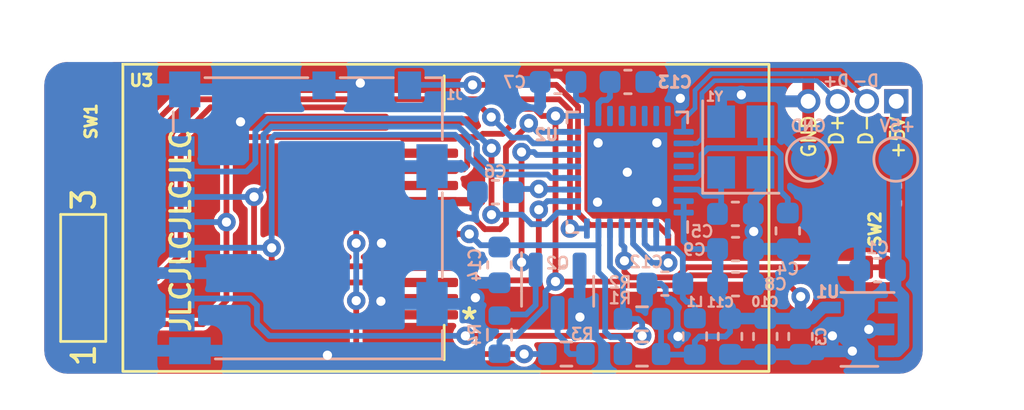
<source format=kicad_pcb>
(kicad_pcb (version 20221018) (generator pcbnew)
  (title_block (comment 4 "AISLER Project ID: PFHQODAS"))
  (layers (0 "F.Cu" signal) (31 "B.Cu" signal) (34 "B.Paste" user) (35 "F.Paste" user) (36 "B.SilkS" user "B.Silkscreen") (37 "F.SilkS" user "F.Silkscreen") (38 "B.Mask" user) (39 "F.Mask" user) (44 "Edge.Cuts" user))
  (net 0 "")
  (net 1 "GND")
  (net 2 "+3V3")
  (net 3 "+5V")
  (net 4 "IO9")
  (net 5 "EN")
  (net 6 "LCD_BL")
  (net 7 "Net-(U2-XTAL_N)")
  (net 8 "LCD_BL_K")
  (net 9 "LCD_DC")
  (net 10 "SPI_MOSI")
  (net 11 "SPI_SCK")
  (net 12 "Net-(U2-XTAL_P)")
  (net 13 "Net-(U2-VDD_SPI{slash}GPIO11)")
  (net 15 "SD_Card_CE")
  (net 16 "SPI_MISO")
  (net 18 "Net-(Q2-D)")
  (net 19 "VCC_Pin2{slash}3")
  (net 20 "Net-(SW1-A)")
  (net 21 "Net-(SW2-A)")
  (net 25 "LCD_CS")
  (net 32 "SD-Card_Det")
  (net 33 "ESP32_USB_D-")
  (net 35 "ESP32_USB_D+")
  (footprint "Button_ext:EVPBB" (layer "F.Cu") (at 128.475 107.24 90)
    (fp_text reference "SW2")
    (fp_text value "EVP-BB2A9B000")
  )
  (footprint "Display_ext:ST7735S 0.96" (layer "F.Cu") (at 95.9 100.1)
    (fp_text reference "U3")
    (fp_text value "ST7735_0.96\"")
  )
  (footprint "Jumper:SolderJumper-3_P2.0mm_Open_TrianglePad1.0x1.5mm_NumberLabels" (layer "F.Cu") (at 94.2086 109.3532 90)
    (fp_text reference "JP1" hide)
    (fp_text value "BOOT/TFT_SEL")
  )
  (footprint "Button_ext:EVPBB" (layer "F.Cu") (at 94.5 102.565 90)
    (fp_text reference "SW1")
    (fp_text value "EVP-BB2A9B000")
  )
  (footprint "Capacitor_SMD:C_0603_1608Metric" (layer "B.Cu") (at 112.014 105.6386)
    (fp_text reference "C6")
    (fp_text value "100nF")
  )
  (footprint "Capacitor_SMD:C_0603_1608Metric" (layer "B.Cu") (at 122.4026 108.1024 180)
    (fp_text reference "C9")
    (fp_text value "10nF")
  )
  (footprint "Resistor_SMD:R_0603_1608Metric" (layer "B.Cu") (at 118.357 111.125)
    (fp_text reference "R2")
    (fp_text value "10k")
  )
  (footprint "Inductor_SMD:L_0603_1608Metric" (layer "B.Cu") (at 120.643 111.887 90)
    (fp_text reference "L1")
    (fp_text value "2.2nH")
  )
  (footprint "TestPoint:TestPoint_Pad_D1.5mm" (layer "B.Cu") (at 129.3368 104.2162 180)
    (fp_text reference "H1" hide)
    (fp_text value "+5V PAD")
  )
  (footprint "Capacitor_SMD:C_0603_1608Metric" (layer "B.Cu") (at 125.215 111.887 90)
    (fp_text reference "C3")
    (fp_text value "1uF")
  )
  (footprint "Capacitor_SMD:C_0603_1608Metric" (layer "B.Cu") (at 122.3956 106.5784 180)
    (fp_text reference "C5")
    (fp_text value "16pF")
  )
  (footprint "Connector_PinHeader_1.27mm:PinHeader_1x04_P1.27mm_Vertical" (layer "B.Cu") (at 129.3572 101.7016 90)
    (fp_text reference "J2" hide)
    (fp_text value "ESP32_USB")
  )
  (footprint "Package_DFN_QFN:QFN-32-1EP_5x5mm_P0.5mm_EP3.45x3.45mm" (layer "B.Cu") (at 117.722 104.775 90)
    (fp_text reference "U2")
    (fp_text value "ESP32-C3FN4")
  )
  (footprint "TestPoint:TestPoint_Pad_D1.5mm" (layer "B.Cu") (at 125.5522 104.2162 180)
    (fp_text reference "H2" hide)
    (fp_text value "GND PAD")
  )
  (footprint "Resistor_SMD:R_0603_1608Metric" (layer "B.Cu") (at 118.357 112.649)
    (fp_text reference "R1")
    (fp_text value "10k")
  )
  (footprint "Crystal:Crystal_SMD_3225-4Pin_3.2x2.5mm" (layer "B.Cu") (at 122.6312 103.6828 90)
    (fp_text reference "Y1")
    (fp_text value "7B040000H01")
  )
  (footprint "LOGO" (layer "B.Cu") (at 95.5 106.75 -90)
    (fp_text reference "G***" hide)
    (fp_text value "LOGO" hide)
  )
  (footprint "Capacitor_SMD:C_0603_1608Metric" (layer "B.Cu") (at 112.1918 108.7882 90)
    (fp_text reference "C14")
    (fp_text value "10uF")
  )
  (footprint "Capacitor_SMD:C_0603_1608Metric" (layer "B.Cu") (at 117.7474 100.8634 180)
    (fp_text reference "C13")
    (fp_text value "1uF")
  )
  (footprint "Capacitor_SMD:C_0603_1608Metric" (layer "B.Cu") (at 119.3476 109.601)
    (fp_text reference "C12")
    (fp_text value "100nF")
  )
  (footprint "Package_TO_SOT_SMD:SOT-23" (layer "B.Cu") (at 114.7064 109.9312 -90)
    (fp_text reference "Q2")
    (fp_text value "T2N7002AK")
  )
  (footprint "Resistor_SMD:R_0603_1608Metric" (layer "B.Cu") (at 112.1918 111.8108 -90)
    (fp_text reference "R4")
    (fp_text value "10k")
  )
  (footprint "Capacitor_SMD:C_0603_1608Metric" (layer "B.Cu") (at 122.167 111.887 90)
    (fp_text reference "C11")
    (fp_text value "100nF")
  )
  (footprint "Capacitor_SMD:C_0603_1608Metric" (layer "B.Cu") (at 123.691 111.887 90)
    (fp_text reference "C10")
    (fp_text value "10uF")
  )
  (footprint "Capacitor_SMD:C_0603_1608Metric" (layer "B.Cu") (at 124.6632 107.315 -90)
    (fp_text reference "C4")
    (fp_text value "16pF")
  )
  (footprint "Capacitor_SMD:C_0603_1608Metric" (layer "B.Cu") (at 122.4026 109.6264 180)
    (fp_text reference "C8")
    (fp_text value "1uF")
  )
  (footprint "Resistor_SMD:R_0603_1608Metric" (layer "B.Cu") (at 115.0874 112.649 180)
    (fp_text reference "R3")
    (fp_text value "20 Ohm")
  )
  (footprint "Package_SO:TSOP-5_1.65x3.05mm_P0.95mm" (layer "B.Cu") (at 127.762 111.5822 180)
    (fp_text reference "U1")
    (fp_text value "XC6210B332MR-G")
  )
  (footprint "Capacitor_SMD:C_0603_1608Metric" (layer "B.Cu") (at 128.5494 109.0168)
    (fp_text reference "C1")
    (fp_text value "1uF")
  )
  (footprint "Capacitor_SMD:C_0603_1608Metric" (layer "B.Cu") (at 114.7248 100.8634)
    (fp_text reference "C7")
    (fp_text value "100nF")
  )
  (footprint "Connector_Card:microSD_HC_Molex_104031-0811" (layer "B.Cu") (at 103.9 106.75 -90)
    (fp_text reference "J1")
    (fp_text value "1040310811")
  )
  (gr_line (start 92.5 112.5) (end 92.5 101) (stroke (width 0.001)) (layer "Edge.Cuts"))
  (gr_arc (start 129.5 100) (mid 130.207107 100.292893) (end 130.5 101) (stroke (width 0.001)) (layer "Edge.Cuts"))
  (gr_line (start 130.5 101) (end 130.5 112.5) (stroke (width 0.001)) (layer "Edge.Cuts"))
  (gr_arc (start 93.5 113.5) (mid 92.792893 113.207107) (end 92.5 112.5) (stroke (width 0.001)) (layer "Edge.Cuts"))
  (gr_arc (start 92.5 101) (mid 92.792893 100.292893) (end 93.5 100) (stroke (width 0.001)) (layer "Edge.Cuts"))
  (gr_line (start 93.5 100) (end 129.5 100) (stroke (width 0.001)) (layer "Edge.Cuts"))
  (gr_line (start 129.5 113.5) (end 93.5 113.5) (stroke (width 0.001)) (layer "Edge.Cuts"))
  (gr_arc (start 130.5 112.5) (mid 130.207107 113.207107) (end 129.5 113.5) (stroke (width 0.001)) (layer "Edge.Cuts"))
  (gr_text "+5V" (at 129.413 102.7684) (layer "B.SilkS") (effects (font (size 0.5 0.5) (thickness 0.1)) (justify mirror)))
  (gr_text "D+" (at 126.746 100.8126) (layer "B.SilkS") (effects (font (size 0.5 0.5) (thickness 0.1)) (justify mirror)))
  (gr_text "GND" (at 125.5522 102.7684) (layer "B.SilkS") (effects (font (size 0.5 0.5) (thickness 0.1)) (justify mirror)))
  (gr_text "D-" (at 128.0414 100.8126) (layer "B.SilkS") (effects (font (size 0.5 0.5) (thickness 0.1)) (justify mirror)))
  (gr_text "D+" (at 126.7714 102.9462 90) (layer "F.SilkS") (effects (font (size 0.6 0.6) (thickness 0.1))))
  (gr_text "JLCJLCJLCJLC" (at 98.4 107.3 90) (layer "F.SilkS") (effects (font (size 0.85 0.85))))
  (gr_text "D-" (at 128.0414 102.9462 90) (layer "F.SilkS") (effects (font (size 0.6 0.6) (thickness 0.1))))
  (gr_text "+5V" (at 129.413 103.2764 90) (layer "F.SilkS") (effects (font (size 0.6 0.6) (thickness 0.1))))
  (gr_text "GND" (at 125.5776 103.2256 90) (layer "F.SilkS") (effects (font (size 0.6 0.6) (thickness 0.1))))
  (via (at 111.1504 110.2106) (size 0.8) (drill 0.4) (layers "F.Cu" "B.Cu") (net 1))
  (via (at 123.19 107.3404) (size 0.8) (drill 0.4) (layers "F.Cu" "B.Cu") (net 1))
  (via (at 106.172 100.9142) (size 0.8) (drill 0.4) (layers "F.Cu" "B.Cu") (net 1))
  (via (at 107.0864 107.8484) (size 0.8) (drill 0.4) (layers "F.Cu" "B.Cu") (net 1))
  (via (at 115.6716 111.0488) (size 0.8) (drill 0.4) (layers "F.Cu" "B.Cu") (net 1))
  (via (at 118.999 106.0704) (size 0.8) (drill 0.4) (layers "F.Cu" "B.Cu") (net 1))
  (via (at 126.5936 111.8616) (size 0.8) (drill 0.4) (layers "F.Cu" "B.Cu") (net 1))
  (via (at 120.015 101.5746) (size 0.8) (drill 0.4) (layers "F.Cu" "B.Cu") (net 1))
  (via (at 116.459 103.505) (size 0.8) (drill 0.4) (layers "F.Cu" "B.Cu") (net 1))
  (via (at 116.4336 106.0704) (size 0.8) (drill 0.4) (layers "F.Cu" "B.Cu") (net 1))
  (via (at 127.4572 112.522) (size 0.8) (drill 0.4) (layers "F.Cu" "B.Cu") (net 1))
  (via (at 118.999 103.505) (size 0.8) (drill 0.4) (layers "F.Cu" "B.Cu") (net 1))
  (via (at 117.722 104.775) (size 0.8) (drill 0.4) (layers "F.Cu" "B.Cu") (net 1))
  (via (at 100.9904 102.5906) (size 0.8) (drill 0.4) (layers "F.Cu" "B.Cu") (net 1))
  (via (at 122.6566 101.4222) (size 0.8) (drill 0.4) (layers "F.Cu" "B.Cu") (net 1))
  (via (at 119.9134 111.887) (size 0.8) (drill 0.4) (layers "F.Cu" "B.Cu") (net 1))
  (via (at 104.7496 112.6998) (size 0.8) (drill 0.4) (layers "F.Cu" "B.Cu") (net 1))
  (via (at 128.1684 111.5822) (size 0.8) (drill 0.4) (layers "F.Cu" "B.Cu") (net 1))
  (via (at 107.061 110.363) (size 0.8) (drill 0.4) (layers "F.Cu" "B.Cu") (net 1))
  (segment (start 119.888 111.3536) (end 119.888 111.8616) (width 0.25) (layer "B.Cu") (net 1))
  (segment (start 119.6086 110.3376) (end 119.888 110.617) (width 0.25) (layer "B.Cu") (net 1))
  (segment (start 123.4812 104.7828) (end 123.4812 105.6268) (width 0.5) (layer "B.Cu") (net 1))
  (segment (start 123.1706 105.9374) (end 123.1706 106.5784) (width 0.5) (layer "B.Cu") (net 1))
  (segment (start 118.5726 109.601) (end 119.1768 109.601) (width 0.25) (layer "B.Cu") (net 1))
  (segment (start 124.206 101.4222) (end 124.4854 101.7016) (width 0.5) (layer "B.Cu") (net 1))
  (segment (start 119.888 110.617) (end 119.888 111.3536) (width 0.25) (layer "B.Cu") (net 1))
  (segment (start 122.6566 101.4222) (end 121.9454 101.4222) (width 0.5) (layer "B.Cu") (net 1))
  (segment (start 119.38 110.0582) (end 119.38 110.109) (width 0.25) (layer "B.Cu") (net 1))
  (segment (start 127.4572 112.3315) (end 127.4572 112.522) (width 0.5) (layer "B.Cu") (net 1))
  (segment (start 119.3038 109.728) (end 119.38 109.8042) (width 0.25) (layer "B.Cu") (net 1))
  (segment (start 123.4812 105.6268) (end 123.1706 105.9374) (width 0.5) (layer "B.Cu") (net 1))
  (segment (start 126.5936 111.8616) (end 126.9873 111.8616) (width 0.5) (layer "B.Cu") (net 1))
  (segment (start 119.1768 109.601) (end 119.3038 109.728) (width 0.25) (layer "B.Cu") (net 1))
  (segment (start 119.38 109.8042) (end 119.38 110.0582) (width 0.25) (layer "B.Cu") (net 1))
  (segment (start 119.888 111.8616) (end 119.9134 111.887) (width 0.25) (layer "B.Cu") (net 1))
  (segment (start 124.4854 101.7016) (end 125.5472 101.7016) (width 0.5) (layer "B.Cu") (net 1))
  (segment (start 119.38 110.109) (end 119.6086 110.3376) (width 0.25) (layer "B.Cu") (net 1))
  (segment (start 126.9873 111.8616) (end 127.4572 112.3315) (width 0.5) (layer "B.Cu") (net 1))
  (segment (start 121.7812 101.5864) (end 121.7812 102.5828) (width 0.5) (layer "B.Cu") (net 1))
  (segment (start 121.9454 101.4222) (end 121.7812 101.5864) (width 0.5) (layer "B.Cu") (net 1))
  (segment (start 122.6566 101.4222) (end 124.206 101.4222) (width 0.5) (layer "B.Cu") (net 1))
  (segment (start 117.4855 109.5099) (end 114.6153 109.5099) (width 0.25) (layer "F.Cu") (net 2))
  (segment (start 111.468054 103.111146) (end 112.331654 103.111146) (width 0.25) (layer "F.Cu") (net 2))
  (segment (start 113.717924 102.028343) (end 114.026181 102.3366) (width 0.25) (layer "F.Cu") (net 2))
  (segment (start 114.6153 105.4967) (end 114.6153 102.3366) (width 0.25) (layer "F.Cu") (net 2))
  (segment (start 125.222 110.1598) (end 124.3022 109.24) (width 0.25) (layer "F.Cu") (net 2))
  (segment (start 100.3808 106.934) (end 100.3808 110.3376) (width 0.25) (layer "F.Cu") (net 2))
  (segment (start 112.6744 102.362) (end 113.008057 102.028343) (width 0.25) (layer "F.Cu") (net 2))
  (segment (start 112.6744 102.7684) (end 112.6744 102.362) (width 0.25) (layer "F.Cu") (net 2))
  (segment (start 109.15 104.65) (end 110.6404 104.65) (width 0.25) (layer "F.Cu") (net 2))
  (segment (start 120.002674 109.6765) (end 117.6521 109.6765) (width 0.25) (layer "F.Cu") (net 2))
  (segment (start 110.6404 104.65) (end 110.7948 104.4956) (width 0.25) (layer "F.Cu") (net 2))
  (segment (start 114.6153 109.5099) (end 114.6153 105.4967) (width 0.25) (layer "F.Cu") (net 2))
  (segment (start 109.15 103.25) (end 111.3292 103.25) (width 0.25) (layer "F.Cu") (net 2))
  (segment (start 120.439174 109.24) (end 120.002674 109.6765) (width 0.25) (layer "F.Cu") (net 2))
  (segment (start 100.3808 103.6574) (end 100.7882 103.25) (width 0.25) (layer "F.Cu") (net 2))
  (segment (start 114.026181 102.3366) (end 114.6153 102.3366) (width 0.25) (layer "F.Cu") (net 2))
  (segment (start 111.3292 103.25) (end 111.468054 103.111146) (width 0.25) (layer "F.Cu") (net 2))
  (segment (start 124.3022 109.24) (end 120.439174 109.24) (width 0.25) (layer "F.Cu") (net 2))
  (segment (start 113.008057 102.028343) (end 113.717924 102.028343) (width 0.25) (layer "F.Cu") (net 2))
  (segment (start 100.3808 106.934) (end 100.3808 103.6574) (width 0.25) (layer "F.Cu") (net 2))
  (segment (start 117.6521 109.6765) (end 117.4855 109.5099) (width 0.25) (layer "F.Cu") (net 2))
  (segment (start 100.3808 110.3376) (end 99.3652 111.3532) (width 0.25) (layer "F.Cu") (net 2))
  (segment (start 113.893622 105.499501) (end 114.612499 105.499501) (width 0.25) (layer "F.Cu") (net 2))
  (segment (start 112.331654 103.111146) (end 112.6744 102.7684) (width 0.25) (layer "F.Cu") (net 2))
  (segment (start 99.3652 111.3532) (end 94.2086 111.3532) (width 0.25) (layer "F.Cu") (net 2))
  (segment (start 110.7948 104.4956) (end 110.7948 103.2744) (width 0.25) (layer "F.Cu") (net 2))
  (segment (start 100.7882 103.25) (end 109.15 103.25) (width 0.25) (layer "F.Cu") (net 2))
  (via (at 100.3808 106.934) (size 0.8) (drill 0.4) (layers "F.Cu" "B.Cu") (net 2))
  (via (at 113.893622 105.499501) (size 0.8) (drill 0.4) (layers "F.Cu" "B.Cu") (net 2))
  (via (at 125.222 110.1598) (size 0.8) (drill 0.4) (layers "F.Cu" "B.Cu") (net 2))
  (via (at 114.6153 102.3366) (size 0.8) (drill 0.4) (layers "F.Cu" "B.Cu") (net 2))
  (via (at 114.6153 109.5099) (size 0.8) (drill 0.4) (layers "F.Cu" "B.Cu") (net 2))
  (segment (start 114.1814 109.9438) (end 114.1814 110.6086) (width 0.25) (layer "B.Cu") (net 2))
  (segment (start 120.1595 107.7643) (end 120.4976 108.1024) (width 0.25) (layer "B.Cu") (net 2))
  (segment (start 120.1595 106.025) (end 120.1595 106.525) (width 0.25) (layer "B.Cu") (net 2))
  (segment (start 115.972 102.3375) (end 115.972 101.7988) (width 0.25) (layer "B.Cu") (net 2))
  (segment (start 125.215 111.112) (end 123.691 111.112) (width 0.5) (layer "B.Cu") (net 2))
  (segment (start 115.2845 105.525) (end 113.919121 105.525) (width 0.25) (layer "B.Cu") (net 2))
  (segment (start 114.1814 110.6086) (end 112.9284 111.8616) (width 0.25) (layer "B.Cu") (net 2))
  (segment (start 121.9708 111.887) (end 120.8532 111.887) (width 0.25) (layer "B.Cu") (net 2))
  (segment (start 123.691 111.112) (end 122.167 111.112) (width 0.5) (layer "B.Cu") (net 2))
  (segment (start 112.1918 112.0902) (end 112.1918 112.6358) (width 0.25) (layer "B.Cu") (net 2))
  (segment (start 121.6276 110.096) (end 122.167 110.6354) (width 0.5) (layer "B.Cu") (net 2))
  (segment (start 125.7176 111.112) (end 125.215 111.112) (width 0.5) (layer "B.Cu") (net 2))
  (segment (start 114.6153 102.3366) (end 115.9711 102.3366) (width 0.25) (layer "B.Cu") (net 2))
  (segment (start 112.4204 111.8616) (end 112.1918 112.0902) (width 0.25) (layer "B.Cu") (net 2))
  (segment (start 114.6153 109.5099) (end 114.1814 109.9438) (width 0.25) (layer "B.Cu") (net 2))
  (segment (start 115.9711 102.3366) (end 115.972 102.3375) (width 0.25) (layer "B.Cu") (net 2))
  (segment (start 119.2075 112.6745) (end 119.182 112.649) (width 0.25) (layer "B.Cu") (net 2))
  (segment (start 126.602 110.6322) (end 126.1974 110.6322) (width 0.5) (layer "B.Cu") (net 2))
  (segment (start 112.9284 111.8616) (end 112.4204 111.8616) (width 0.25) (layer "B.Cu") (net 2))
  (segment (start 113.893622 105.499501) (end 112.928099 105.499501) (width 0.25) (layer "B.Cu") (net 2))
  (segment (start 115.4998 101.5298) (end 115.4998 100.8634) (width 0.25) (layer "B.Cu") (net 2))
  (segment (start 125.215 111.112) (end 125.215 110.1668) (width 0.5) (layer "B.Cu") (net 2))
  (segment (start 119.182 111.8818) (end 119.182 111.125) (width 0.25) (layer "B.Cu") (net 2))
  (segment (start 115.824 101.6508) (end 115.6208 101.6508) (width 0.25) (layer "B.Cu") (net 2))
  (segment (start 100.3808 106.934) (end 98.461 106.934) (width 0.25) (layer "B.Cu") (net 2))
  (segment (start 120.1595 106.525) (end 120.1595 107.7643) (width 0.25) (layer "B.Cu") (net 2))
  (segment (start 120.8532 111.887) (end 120.643 112.0972) (width 0.25) (layer "B.Cu") (net 2))
  (segment (start 115.6208 101.6508) (end 115.4998 101.5298) (width 0.25) (layer "B.Cu") (net 2))
  (segment (start 122.167 111.112) (end 122.167 111.6908) (width 0.25) (layer "B.Cu") (net 2))
  (segment (start 122.167 110.6354) (end 122.167 111.112) (width 0.5) (layer "B.Cu") (net 2))
  (segment (start 120.643 112.0972) (end 120.643 112.6745) (width 0.25) (layer "B.Cu") (net 2))
  (segment (start 125.215 110.1668) (end 125.222 110.1598) (width 0.5) (layer "B.Cu") (net 2))
  (segment (start 122.167 111.6908) (end 121.9708 111.887) (width 0.25) (layer "B.Cu") (net 2))
  (segment (start 115.972 101.7988) (end 115.824 101.6508) (width 0.25) (layer "B.Cu") (net 2))
  (segment (start 120.643 112.6745) (end 119.2075 112.6745) (width 0.25) (layer "B.Cu") (net 2))
  (segment (start 120.4976 108.1024) (end 121.6276 108.1024) (width 0.25) (layer "B.Cu") (net 2))
  (segment (start 121.6276 109.6264) (end 121.6276 108.1024) (width 0.5) (layer "B.Cu") (net 2))
  (segment (start 119.182 112.649) (end 119.182 111.8818) (width 0.25) (layer "B.Cu") (net 2))
  (segment (start 126.1974 110.6322) (end 125.7176 111.112) (width 0.5) (layer "B.Cu") (net 2))
  (segment (start 121.6276 109.6264) (end 121.6276 110.096) (width 0.5) (layer "B.Cu") (net 2))
  (segment (start 129.3368 104.2162) (end 129.3368 109.0044) (width 0.5) (layer "B.Cu") (net 3))
  (segment (start 129.667 112.268) (end 129.667 110.1598) (width 0.5) (layer "B.Cu") (net 3))
  (segment (start 129.3244 109.8172) (end 129.3244 109.0168) (width 0.5) (layer "B.Cu") (net 3))
  (segment (start 129.4028 112.5322) (end 129.667 112.268) (width 0.5) (layer "B.Cu") (net 3))
  (segment (start 128.922 112.5322) (end 129.4028 112.5322) (width 0.5) (layer "B.Cu") (net 3))
  (segment (start 129.667 110.1598) (end 129.3244 109.8172) (width 0.5) (layer "B.Cu") (net 3))
  (segment (start 128.922 110.6322) (end 129.6518 110.6322) (width 0.5) (layer "B.Cu") (net 3))
  (segment (start 129.3368 104.2162) (end 129.3368 101.722) (width 0.5) (layer "B.Cu") (net 3))
  (segment (start 98.3996 108.331) (end 98.3996 103.251) (width 0.25) (layer "F.Cu") (net 4))
  (segment (start 97.3774 109.3532) (end 98.3996 108.331) (width 0.25) (layer "F.Cu") (net 4))
  (segment (start 111.4144 101.9656) (end 111.8362 102.3874) (width 0.25) (layer "F.Cu") (net 4))
  (segment (start 98.3996 103.251) (end 99.685 101.9656) (width 0.25) (layer "F.Cu") (net 4))
  (segment (start 94.2086 109.3532) (end 97.3774 109.3532) (width 0.25) (layer "F.Cu") (net 4))
  (segment (start 99.685 101.9656) (end 111.4144 101.9656) (width 0.25) (layer "F.Cu") (net 4))
  (via (at 111.8362 102.3874) (size 0.8) (drill 0.4) (layers "F.Cu" "B.Cu") (net 4))
  (segment (start 111.8362 102.3874) (end 112.7243 103.2755) (width 0.25) (layer "B.Cu") (net 4))
  (segment (start 113.654484 103.525) (end 115.2845 103.525) (width 0.25) (layer "B.Cu") (net 4))
  (segment (start 113.404984 103.2755) (end 113.654484 103.525) (width 0.25) (layer "B.Cu") (net 4))
  (segment (start 112.7243 103.2755) (end 113.404984 103.2755) (width 0.25) (layer "B.Cu") (net 4))
  (segment (start 110.889107 107.45) (end 109.15 107.45) (width 0.25) (layer "F.Cu") (net 5))
  (via (at 110.889107 107.45) (size 0.8) (drill 0.4) (layers "F.Cu" "B.Cu") (net 5))
  (segment (start 116.9924 111.9124) (end 116.7638 111.6838) (width 0.25) (layer "B.Cu") (net 5))
  (segment (start 111.376107 107.937) (end 116.4714 107.937) (width 0.25) (layer "B.Cu") (net 5))
  (segment (start 117.532 112.071) (end 117.3734 111.9124) (width 0.25) (layer "B.Cu") (net 5))
  (segment (start 110.889107 107.45) (end 111.376107 107.937) (width 0.25) (layer "B.Cu") (net 5))
  (segment (start 116.472 109.106) (end 116.472 107.9376) (width 0.25) (layer "B.Cu") (net 5))
  (segment (start 117.3734 111.9124) (end 116.9924 111.9124) (width 0.25) (layer "B.Cu") (net 5))
  (segment (start 116.7638 109.3978) (end 116.472 109.106) (width 0.25) (layer "B.Cu") (net 5))
  (segment (start 116.472 107.9376) (end 116.472 107.2125) (width 0.25) (layer "B.Cu") (net 5))
  (segment (start 116.7638 111.6838) (end 116.7638 109.3978) (width 0.25) (layer "B.Cu") (net 5))
  (segment (start 117.532 112.649) (end 117.532 112.071) (width 0.25) (layer "B.Cu") (net 5))
  (segment (start 113.1461 108.672816) (end 113.1461 103.9005) (width 0.25) (layer "F.Cu") (net 6))
  (via (at 113.1461 103.9005) (size 0.8) (drill 0.4) (layers "F.Cu" "B.Cu") (net 6))
  (via (at 113.1461 108.672816) (size 0.8) (drill 0.4) (layers "F.Cu" "B.Cu") (net 6))
  (segment (start 113.7564 108.9937) (end 113.7564 108.7526) (width 0.25) (layer "B.Cu") (net 6))
  (segment (start 113.347 110.935) (end 112.1918 110.935) (width 0.25) (layer "B.Cu") (net 6))
  (segment (start 113.7564 108.9937) (end 113.7564 110.5256) (width 0.25) (layer "B.Cu") (net 6))
  (segment (start 113.804 104.025) (end 115.2845 104.025) (width 0.25) (layer "B.Cu") (net 6))
  (segment (start 113.676616 108.672816) (end 113.1461 108.672816) (width 0.25) (layer "B.Cu") (net 6))
  (segment (start 113.1461 103.9005) (end 113.6795 103.9005) (width 0.25) (layer "B.Cu") (net 6))
  (segment (start 113.6795 103.9005) (end 113.804 104.025) (width 0.25) (layer "B.Cu") (net 6))
  (segment (start 113.7564 110.5256) (end 113.347 110.935) (width 0.25) (layer "B.Cu") (net 6))
  (segment (start 113.7564 108.7526) (end 113.676616 108.672816) (width 0.25) (layer "B.Cu") (net 6))
  (segment (start 124.079 103.7336) (end 121.2088 103.7336) (width 0.25) (layer "B.Cu") (net 7))
  (segment (start 123.4812 102.5828) (end 123.4812 103.72) (width 0.25) (layer "B.Cu") (net 7))
  (segment (start 120.9294 104.013) (end 120.9294 104.8004) (width 0.25) (layer "B.Cu") (net 7))
  (segment (start 124.3584 105.6132) (end 124.3584 104.013) (width 0.25) (layer "B.Cu") (net 7))
  (segment (start 124.3584 104.013) (end 124.079 103.7336) (width 0.25) (layer "B.Cu") (net 7))
  (segment (start 124.6632 105.918) (end 124.3584 105.6132) (width 0.25) (layer "B.Cu") (net 7))
  (segment (start 124.6632 106.54) (end 124.6632 105.918) (width 0.25) (layer "B.Cu") (net 7))
  (segment (start 120.7048 105.025) (end 120.1595 105.025) (width 0.25) (layer "B.Cu") (net 7))
  (segment (start 120.9294 104.8004) (end 120.7048 105.025) (width 0.25) (layer "B.Cu") (net 7))
  (segment (start 121.2088 103.7336) (end 120.9294 104.013) (width 0.25) (layer "B.Cu") (net 7))
  (segment (start 106.3752 112.649) (end 113.2586 112.649) (width 0.25) (layer "F.Cu") (net 8))
  (segment (start 105.9942 112.268) (end 106.3752 112.649) (width 0.25) (layer "F.Cu") (net 8))
  (segment (start 105.9942 110.3376) (end 105.9942 112.268) (width 0.25) (layer "F.Cu") (net 8))
  (segment (start 105.9942 104.3178) (end 106.362 103.95) (width 0.25) (layer "F.Cu") (net 8))
  (segment (start 105.9942 107.8484) (end 105.9942 104.3178) (width 0.25) (layer "F.Cu") (net 8))
  (segment (start 106.362 103.95) (end 109.15 103.95) (width 0.25) (layer "F.Cu") (net 8))
  (via (at 105.9942 110.3376) (size 0.8) (drill 0.4) (layers "F.Cu" "B.Cu") (net 8))
  (via (at 105.9942 107.8484) (size 0.8) (drill 0.4) (layers "F.Cu" "B.Cu") (net 8))
  (via (at 113.2586 112.649) (size 0.8) (drill 0.4) (layers "F.Cu" "B.Cu") (net 8))
  (segment (start 105.9942 110.3376) (end 105.9942 107.8484) (width 0.25) (layer "B.Cu") (net 8))
  (segment (start 114.2624 112.649) (end 113.2586 112.649) (width 0.25) (layer "B.Cu") (net 8))
  (segment (start 111.0234 109.1692) (end 111.0234 108.4072) (width 0.25) (layer "F.Cu") (net 9))
  (segment (start 113.892002 109.069198) (end 113.502531 109.458669) (width 0.25) (layer "F.Cu") (net 9))
  (segment (start 110.7662 108.15) (end 109.15 108.15) (width 0.25) (layer "F.Cu") (net 9))
  (segment (start 111.0234 108.4072) (end 110.7662 108.15) (width 0.25) (layer "F.Cu") (net 9))
  (segment (start 113.502531 109.458669) (end 111.312869 109.458669) (width 0.25) (layer "F.Cu") (net 9))
  (segment (start 113.892002 106.399002) (end 113.892002 109.069198) (width 0.25) (layer "F.Cu") (net 9))
  (segment (start 111.312869 109.458669) (end 111.0234 109.1692) (width 0.25) (layer "F.Cu") (net 9))
  (via (at 113.892002 106.399002) (size 0.8) (drill 0.4) (layers "F.Cu" "B.Cu") (net 9))
  (segment (start 113.892002 106.399002) (end 114.266004 106.025) (width 0.25) (layer "B.Cu") (net 9))
  (segment (start 114.266004 106.025) (end 115.2845 106.025) (width 0.25) (layer "B.Cu") (net 9))
  (segment (start 101.5746 108.9406) (end 101.5746 105.8418) (width 0.25) (layer "F.Cu") (net 10))
  (segment (start 102.184 109.55) (end 101.5746 108.9406) (width 0.25) (layer "F.Cu") (net 10))
  (segment (start 109.15 109.55) (end 102.184 109.55) (width 0.25) (layer "F.Cu") (net 10))
  (via (at 101.5746 105.8418) (size 0.8) (drill 0.4) (layers "F.Cu" "B.Cu") (net 10))
  (segment (start 111.7386 104.525) (end 111.219369 104.005769) (width 0.25) (layer "B.Cu") (net 10))
  (segment (start 101.981 103.1494) (end 101.981 105.4354) (width 0.25) (layer "B.Cu") (net 10))
  (segment (start 101.981 105.4354) (end 101.5746 105.8418) (width 0.25) (layer "B.Cu") (net 10))
  (segment (start 102.331 102.7994) (end 101.981 103.1494) (width 0.25) (layer "B.Cu") (net 10))
  (segment (start 110.411082 102.7994) (end 102.331 102.7994) (width 0.25) (layer "B.Cu") (net 10))
  (segment (start 101.5714 105.845) (end 101.5746 105.8418) (width 0.25) (layer "B.Cu") (net 10))
  (segment (start 111.219369 104.005769) (end 111.219369 103.607687) (width 0.25) (layer "B.Cu") (net 10))
  (segment (start 115.2845 104.525) (end 111.7386 104.525) (width 0.25) (layer "B.Cu") (net 10))
  (segment (start 111.219369 103.607687) (end 110.411082 102.7994) (width 0.25) (layer "B.Cu") (net 10))
  (segment (start 98.45 105.845) (end 101.5714 105.845) (width 0.25) (layer "B.Cu") (net 10))
  (segment (start 102.3366 108.585) (end 102.3366 108.0516) (width 0.25) (layer "F.Cu") (net 11))
  (segment (start 102.6016 108.85) (end 102.3366 108.585) (width 0.25) (layer "F.Cu") (net 11))
  (segment (start 102.6016 108.85) (end 109.15 108.85) (width 0.25) (layer "F.Cu") (net 11))
  (via (at 102.3366 108.0516) (size 0.8) (drill 0.4) (layers "F.Cu" "B.Cu") (net 11))
  (segment (start 102.33 108.045) (end 98.45 108.045) (width 0.25) (layer "B.Cu") (net 11))
  (segment (start 111.593626 104.875) (end 110.852113 104.133487) (width 0.25) (layer "B.Cu") (net 11))
  (segment (start 102.3366 108.0516) (end 102.33 108.045) (width 0.25) (layer "B.Cu") (net 11))
  (segment (start 114.423 105.025) (end 114.273 104.875) (width 0.25) (layer "B.Cu") (net 11))
  (segment (start 110.852113 104.133487) (end 110.852113 103.735405) (width 0.25) (layer "B.Cu") (net 11))
  (segment (start 102.3366 103.3018) (end 102.3366 108.0516) (width 0.25) (layer "B.Cu") (net 11))
  (segment (start 115.2845 105.025) (end 114.423 105.025) (width 0.25) (layer "B.Cu") (net 11))
  (segment (start 102.489 103.1494) (end 102.3366 103.3018) (width 0.25) (layer "B.Cu") (net 11))
  (segment (start 110.852113 103.735405) (end 110.266108 103.1494) (width 0.25) (layer "B.Cu") (net 11))
  (segment (start 114.273 104.875) (end 111.593626 104.875) (width 0.25) (layer "B.Cu") (net 11))
  (segment (start 110.266108 103.1494) (end 102.489 103.1494) (width 0.25) (layer "B.Cu") (net 11))
  (segment (start 121.7812 105.7774) (end 121.7812 106.4178) (width 0.25) (layer "B.Cu") (net 12))
  (segment (start 120.1595 105.525) (end 120.7904 105.525) (width 0.25) (layer "B.Cu") (net 12))
  (segment (start 121.7812 106.4178) (end 121.6206 106.5784) (width 0.25) (layer "B.Cu") (net 12))
  (segment (start 120.7904 105.525) (end 121.0564 105.791) (width 0.25) (layer "B.Cu") (net 12))
  (segment (start 121.0564 105.791) (end 121.7676 105.791) (width 0.25) (layer "B.Cu") (net 12))
  (segment (start 121.7812 104.7828) (end 121.7812 105.7774) (width 0.25) (layer "B.Cu") (net 12))
  (segment (start 116.9724 101.5184) (end 116.9724 100.8634) (width 0.25) (layer "B.Cu") (net 13))
  (segment (start 116.472 101.7902) (end 116.6114 101.6508) (width 0.25) (layer "B.Cu") (net 13))
  (segment (start 116.6114 101.6508) (end 116.84 101.6508) (width 0.25) (layer "B.Cu") (net 13))
  (segment (start 116.472 102.3375) (end 116.472 101.7902) (width 0.25) (layer "B.Cu") (net 13))
  (segment (start 116.84 101.6508) (end 116.9724 101.5184) (width 0.25) (layer "B.Cu") (net 13))
  (segment (start 111.8467 103.738477) (end 111.8467 106.6143) (width 0.25) (layer "F.Cu") (net 15))
  (segment (start 111.844369 103.736146) (end 111.8467 103.738477) (width 0.25) (layer "F.Cu") (net 15))
  (via (at 111.8467 106.6143) (size 0.8) (drill 0.4) (layers "F.Cu" "B.Cu") (net 15))
  (via (at 111.844369 103.736146) (size 0.8) (drill 0.4) (layers "F.Cu" "B.Cu") (net 15))
  (segment (start 113.577202 107.024002) (end 114.209998 107.024002) (width 0.25) (layer "B.Cu") (net 15))
  (segment (start 111.842802 103.736146) (end 110.556056 102.4494) (width 0.25) (layer "B.Cu") (net 15))
  (segment (start 114.209998 107.024002) (end 114.709 106.525) (width 0.25) (layer "B.Cu") (net 15))
  (segment (start 101.631 103.004425) (end 101.631 104.363) (width 0.25) (layer "B.Cu") (net 15))
  (segment (start 101.249 104.745) (end 98.45 104.745) (width 0.25) (layer "B.Cu") (net 15))
  (segment (start 110.556056 102.4494) (end 102.186025 102.4494) (width 0.25) (layer "B.Cu") (net 15))
  (segment (start 101.631 104.363) (end 101.249 104.745) (width 0.25) (layer "B.Cu") (net 15))
  (segment (start 111.8467 106.6143) (end 113.1675 106.6143) (width 0.25) (layer "B.Cu") (net 15))
  (segment (start 102.186025 102.4494) (end 101.631 103.004425) (width 0.25) (layer "B.Cu") (net 15))
  (segment (start 114.709 106.525) (end 115.2845 106.525) (width 0.25) (layer "B.Cu") (net 15))
  (segment (start 113.1675 106.6143) (end 113.577202 107.024002) (width 0.25) (layer "B.Cu") (net 15))
  (segment (start 111.844369 103.736146) (end 111.842802 103.736146) (width 0.25) (layer "B.Cu") (net 15))
  (segment (start 110.7186 111.8616) (end 118.364 111.8616) (width 0.25) (layer "F.Cu") (net 16))
  (via (at 118.364 111.8616) (size 0.8) (drill 0.4) (layers "F.Cu" "B.Cu") (net 16))
  (via (at 110.7186 111.8616) (size 0.8) (drill 0.4) (layers "F.Cu" "B.Cu") (net 16))
  (segment (start 102.235 111.8616) (end 101.7016 111.3282) (width 0.25) (layer "B.Cu") (net 16))
  (segment (start 116.972 108.8694) (end 117.532 109.4294) (width 0.25) (layer "B.Cu") (net 16))
  (segment (start 117.532 109.4294) (end 117.532 111.125) (width 0.25) (layer "B.Cu") (net 16))
  (segment (start 101.7016 110.5408) (end 101.4058 110.245) (width 0.25) (layer "B.Cu") (net 16))
  (segment (start 118.364 111.3028) (end 118.1862 111.125) (width 0.25) (layer "B.Cu") (net 16))
  (segment (start 118.1862 111.125) (end 117.532 111.125) (width 0.25) (layer "B.Cu") (net 16))
  (segment (start 116.972 107.2125) (end 116.972 108.8694) (width 0.25) (layer "B.Cu") (net 16))
  (segment (start 101.4058 110.245) (end 98.45 110.245) (width 0.25) (layer "B.Cu") (net 16))
  (segment (start 118.364 111.8616) (end 118.364 111.3028) (width 0.25) (layer "B.Cu") (net 16))
  (segment (start 110.7186 111.8616) (end 102.235 111.8616) (width 0.25) (layer "B.Cu") (net 16))
  (segment (start 101.7016 111.3282) (end 101.7016 110.5408) (width 0.25) (layer "B.Cu") (net 16))
  (segment (start 115.9124 112.649) (end 115.2398 112.649) (width 0.25) (layer "B.Cu") (net 18))
  (segment (start 115.1058 112.515) (end 115.1058 112.1848) (width 0.25) (layer "B.Cu") (net 18))
  (segment (start 114.7064 111.7854) (end 114.7064 110.8687) (width 0.25) (layer "B.Cu") (net 18))
  (segment (start 115.2398 112.649) (end 115.1058 112.515) (width 0.25) (layer "B.Cu") (net 18))
  (segment (start 115.1058 112.1848) (end 114.7064 111.7854) (width 0.25) (layer "B.Cu") (net 18))
  (segment (start 118.9736 108.077) (end 119.7864 108.077) (width 0.25) (layer "B.Cu") (net 19))
  (segment (start 120.2944 110.3884) (end 120.1226 110.2166) (width 0.25) (layer "B.Cu") (net 19))
  (segment (start 120.1226 108.4132) (end 120.1226 109.601) (width 0.25) (layer "B.Cu") (net 19))
  (segment (start 118.472 107.2125) (end 118.472 107.8802) (width 0.25) (layer "B.Cu") (net 19))
  (segment (start 120.1226 110.2166) (end 120.1226 109.601) (width 0.25) (layer "B.Cu") (net 19))
  (segment (start 120.643 110.5846) (end 120.4468 110.3884) (width 0.25) (layer "B.Cu") (net 19))
  (segment (start 118.972 107.2125) (end 118.972 108.0754) (width 0.25) (layer "B.Cu") (net 19))
  (segment (start 118.972 108.0754) (end 118.9736 108.077) (width 0.25) (layer "B.Cu") (net 19))
  (segment (start 120.643 111.0995) (end 120.643 110.5846) (width 0.25) (layer "B.Cu") (net 19))
  (segment (start 118.6688 108.077) (end 118.9736 108.077) (width 0.25) (layer "B.Cu") (net 19))
  (segment (start 118.472 107.8802) (end 118.6688 108.077) (width 0.25) (layer "B.Cu") (net 19))
  (segment (start 120.4468 110.3884) (end 120.2944 110.3884) (width 0.25) (layer "B.Cu") (net 19))
  (segment (start 119.7864 108.077) (end 120.1226 108.4132) (width 0.25) (layer "B.Cu") (net 19))
  (segment (start 94.125 104.215) (end 94.875 104.215) (width 0.25) (layer "F.Cu") (net 20))
  (segment (start 94.875 104.215) (end 95.690026 104.215) (width 0.25) (layer "F.Cu") (net 20))
  (segment (start 95.690026 104.215) (end 98.289426 101.6156) (width 0.25) (layer "F.Cu") (net 20))
  (segment (start 115.2398 102.077216) (end 115.2398 107.2134) (width 0.25) (layer "F.Cu") (net 20))
  (segment (start 114.778184 101.6156) (end 115.2398 102.077216) (width 0.25) (layer "F.Cu") (net 20))
  (segment (start 98.289426 101.6156) (end 114.778184 101.6156) (width 0.25) (layer "F.Cu") (net 20))
  (via (at 115.2398 107.2134) (size 0.8) (drill 0.4) (layers "F.Cu" "B.Cu") (net 20))
  (segment (start 115.9711 107.2134) (end 115.972 107.2125) (width 0.25) (layer "B.Cu") (net 20))
  (segment (start 115.2398 107.2134) (end 115.9711 107.2134) (width 0.25) (layer "B.Cu") (net 20))
  (segment (start 128.85 108.89) (end 128.1 108.89) (width 0.25) (layer "F.Cu") (net 21))
  (segment (start 117.8355 109.3265) (end 119.8577 109.3265) (width 0.25) (layer "F.Cu") (net 21))
  (segment (start 117.5965 109.0875) (end 117.8355 109.3265) (width 0.25) (layer "F.Cu") (net 21))
  (segment (start 117.5965 108.6104) (end 117.5965 109.0875) (width 0.25) (layer "F.Cu") (net 21))
  (segment (start 128.1 108.89) (end 120.2942 108.89) (width 0.25) (layer "F.Cu") (net 21))
  (segment (start 120.2942 108.89) (end 119.8577 109.3265) (width 0.25) (layer "F.Cu") (net 21))
  (via (at 117.5965 108.6104) (size 0.8) (drill 0.4) (layers "F.Cu" "B.Cu") (net 21))
  (segment (start 117.5965 108.6104) (end 117.5965 108.0207) (width 0.25) (layer "B.Cu") (net 21))
  (segment (start 117.5965 108.0207) (end 117.472 107.8962) (width 0.25) (layer "B.Cu") (net 21))
  (segment (start 117.472 107.8962) (end 117.472 107.2125) (width 0.25) (layer "B.Cu") (net 21))
  (segment (start 112.2172 107.2388) (end 111.5568 107.2388) (width 0.25) (layer "F.Cu") (net 25))
  (segment (start 112.4712 106.9848) (end 112.2172 107.2388) (width 0.25) (layer "F.Cu") (net 25))
  (segment (start 111.072991 106.75) (end 109.15 106.75) (width 0.25) (layer "F.Cu") (net 25))
  (segment (start 111.514107 107.191116) (end 111.072991 106.75) (width 0.25) (layer "F.Cu") (net 25))
  (segment (start 111.5568 107.2388) (end 111.514107 107.196107) (width 0.25) (layer "F.Cu") (net 25))
  (segment (start 112.4712 103.691516) (end 112.4712 106.9848) (width 0.25) (layer "F.Cu") (net 25))
  (segment (start 111.514107 107.196107) (end 111.514107 107.191116) (width 0.25) (layer "F.Cu") (net 25))
  (segment (start 113.45904 102.653343) (end 113.45904 102.703676) (width 0.25) (layer "F.Cu") (net 25))
  (segment (start 113.45904 102.703676) (end 112.4712 103.691516) (width 0.25) (layer "F.Cu") (net 25))
  (via (at 113.45904 102.653343) (size 0.8) (drill 0.4) (layers "F.Cu" "B.Cu") (net 25))
  (segment (start 113.830697 103.025) (end 115.2845 103.025) (width 0.25) (layer "B.Cu") (net 25))
  (segment (start 113.45904 102.653343) (end 113.830697 103.025) (width 0.25) (layer "B.Cu") (net 25))
  (segment (start 115.5898 106.5474) (end 116.1034 107.061) (width 0.25) (layer "F.Cu") (net 32))
  (segment (start 119.492761 107.503961) (end 119.492761 108.7015) (width 0.25) (layer "F.Cu") (net 32))
  (segment (start 111.0299 100.9911) (end 114.648658 100.9911) (width 0.25) (layer "F.Cu") (net 32))
  (segment (start 119.0498 107.061) (end 119.492761 107.503961) (width 0.25) (layer "F.Cu") (net 32))
  (segment (start 114.648658 100.9911) (end 115.5898 101.932242) (width 0.25) (layer "F.Cu") (net 32))
  (segment (start 116.1034 107.061) (end 119.0498 107.061) (width 0.25) (layer "F.Cu") (net 32))
  (segment (start 115.5898 101.932242) (end 115.5898 106.5474) (width 0.25) (layer "F.Cu") (net 32))
  (via (at 119.492761 108.7015) (size 0.8) (drill 0.4) (layers "F.Cu" "B.Cu") (net 32))
  (via (at 111.0299 100.9911) (size 0.8) (drill 0.4) (layers "F.Cu" "B.Cu") (net 32))
  (segment (start 117.972 107.875174) (end 118.798326 108.7015) (width 0.25) (layer "B.Cu") (net 32))
  (segment (start 117.972 107.2125) (end 117.972 107.875174) (width 0.25) (layer "B.Cu") (net 32))
  (segment (start 111.011 100.9911) (end 108.4827 100.9911) (width 0.25) (layer "B.Cu") (net 32))
  (segment (start 108.4827 100.9911) (end 108.4638 101.01) (width 0.25) (layer "B.Cu") (net 32))
  (segment (start 118.798326 108.7015) (end 119.492761 108.7015) (width 0.25) (layer "B.Cu") (net 32))
  (segment (start 120.1595 103.025) (end 120.1595 102.4969) (width 0.2) (layer "B.Cu") (net 33))
  (segment (start 120.65 101.226536) (end 121.368736 100.5078) (width 0.2) (layer "B.Cu") (net 33))
  (segment (start 120.1595 102.4969) (end 120.65 102.0064) (width 0.2) (layer "B.Cu") (net 33))
  (segment (start 126.8934 100.5078) (end 128.0872 101.7016) (width 0.2) (layer "B.Cu") (net 33))
  (segment (start 121.368736 100.5078) (end 126.8934 100.5078) (width 0.2) (layer "B.Cu") (net 33))
  (segment (start 120.65 102.0064) (end 120.65 101.226536) (width 0.2) (layer "B.Cu") (net 33))
  (segment (start 121.493 100.8078) (end 125.9234 100.8078) (width 0.2) (layer "B.Cu") (net 35))
  (segment (start 120.95 101.3508) (end 121.493 100.8078) (width 0.2) (layer "B.Cu") (net 35))
  (segment (start 120.95 103.3066) (end 120.95 101.3508) (width 0.2) (layer "B.Cu") (net 35))
  (segment (start 120.1595 103.525) (end 120.7316 103.525) (width 0.2) (layer "B.Cu") (net 35))
  (segment (start 125.9234 100.8078) (end 126.8172 101.7016) (width 0.2) (layer "B.Cu") (net 35))
  (segment (start 120.7316 103.525) (end 120.95 103.3066) (width 0.2) (layer "B.Cu") (net 35))
  (zone (net 1) (net_name "GND") (layers "F&B.Cu") (connect_pads (clearance 0.15)) (min_thickness 0.254) (fill yes (thermal_gap 0.508) (thermal_bridge_width 0.508))
    (polygon (pts (xy 130.991 114) (xy 91.964 114) (xy 91.964 99.5) (xy 130.991 99.5)))
  )
)
</source>
